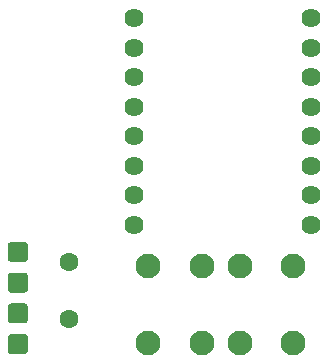
<source format=gbr>
%TF.GenerationSoftware,KiCad,Pcbnew,5.1.6*%
%TF.CreationDate,2020-06-28T23:45:08-05:00*%
%TF.ProjectId,watchKiCad,77617463-684b-4694-9361-642e6b696361,0*%
%TF.SameCoordinates,Original*%
%TF.FileFunction,Soldermask,Bot*%
%TF.FilePolarity,Negative*%
%FSLAX46Y46*%
G04 Gerber Fmt 4.6, Leading zero omitted, Abs format (unit mm)*
G04 Created by KiCad (PCBNEW 5.1.6) date 2020-06-28 23:45:08*
%MOMM*%
%LPD*%
G01*
G04 APERTURE LIST*
%ADD10C,1.624000*%
%ADD11C,2.100000*%
%ADD12C,1.600000*%
G04 APERTURE END LIST*
%TO.C,REF\u002A\u002A*%
G36*
G01*
X127300000Y-114584800D02*
X127300000Y-113415200D01*
G75*
G02*
X127565200Y-113150000I265200J0D01*
G01*
X128734800Y-113150000D01*
G75*
G02*
X129000000Y-113415200I0J-265200D01*
G01*
X129000000Y-114584800D01*
G75*
G02*
X128734800Y-114850000I-265200J0D01*
G01*
X127565200Y-114850000D01*
G75*
G02*
X127300000Y-114584800I0J265200D01*
G01*
G37*
%TD*%
%TO.C,REF\u002A\u002A*%
G36*
G01*
X127300000Y-117184800D02*
X127300000Y-116015200D01*
G75*
G02*
X127565200Y-115750000I265200J0D01*
G01*
X128734800Y-115750000D01*
G75*
G02*
X129000000Y-116015200I0J-265200D01*
G01*
X129000000Y-117184800D01*
G75*
G02*
X128734800Y-117450000I-265200J0D01*
G01*
X127565200Y-117450000D01*
G75*
G02*
X127300000Y-117184800I0J265200D01*
G01*
G37*
%TD*%
%TO.C,REF\u002A\u002A*%
G36*
G01*
X127300000Y-119784800D02*
X127300000Y-118615200D01*
G75*
G02*
X127565200Y-118350000I265200J0D01*
G01*
X128734800Y-118350000D01*
G75*
G02*
X129000000Y-118615200I0J-265200D01*
G01*
X129000000Y-119784800D01*
G75*
G02*
X128734800Y-120050000I-265200J0D01*
G01*
X127565200Y-120050000D01*
G75*
G02*
X127300000Y-119784800I0J265200D01*
G01*
G37*
%TD*%
%TO.C,REF\u002A\u002A*%
G36*
G01*
X127300000Y-122384800D02*
X127300000Y-121215200D01*
G75*
G02*
X127565200Y-120950000I265200J0D01*
G01*
X128734800Y-120950000D01*
G75*
G02*
X129000000Y-121215200I0J-265200D01*
G01*
X129000000Y-122384800D01*
G75*
G02*
X128734800Y-122650000I-265200J0D01*
G01*
X127565200Y-122650000D01*
G75*
G02*
X127300000Y-122384800I0J265200D01*
G01*
G37*
%TD*%
D10*
%TO.C,U5*%
X137950000Y-94200000D03*
X137950000Y-96700000D03*
X137950000Y-99200000D03*
X137950000Y-101700000D03*
X137950000Y-104200000D03*
X137950000Y-106700000D03*
X137950000Y-109200000D03*
X137950000Y-111700000D03*
X152950000Y-111700000D03*
X152950000Y-109200000D03*
X152950000Y-106700000D03*
X152950000Y-104200000D03*
X152950000Y-101700000D03*
X152950000Y-99200000D03*
X152950000Y-96700000D03*
X152950000Y-94200000D03*
%TD*%
D11*
%TO.C,SW1*%
X139200000Y-115200000D03*
X143700000Y-115200000D03*
X139200000Y-121700000D03*
X143700000Y-121700000D03*
%TD*%
%TO.C,SW2*%
X146950000Y-115200000D03*
X151450000Y-115200000D03*
X146950000Y-121700000D03*
X151450000Y-121700000D03*
%TD*%
D12*
%TO.C,Y1*%
X132450000Y-119700000D03*
X132450000Y-114820000D03*
%TD*%
M02*

</source>
